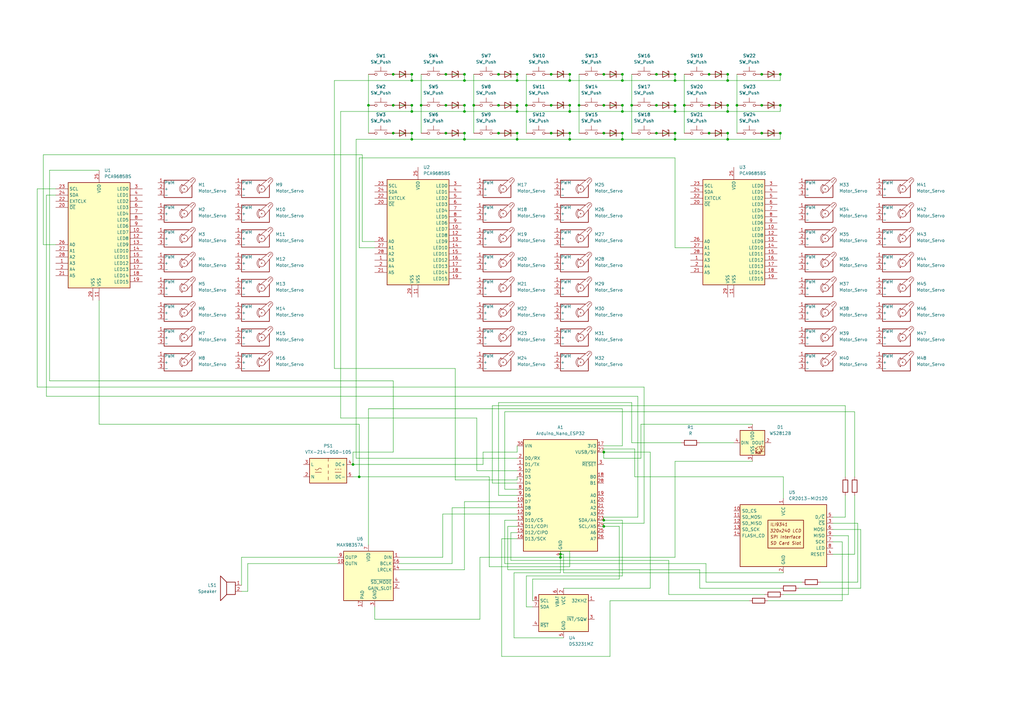
<source format=kicad_sch>
(kicad_sch (version 20250114) (generator "eeschema") (generator_version "9.0")
  (paper "A3")
  (lib_symbols
    (symbol "Audio:MAX98357A"
      (property "Reference" "U" (at -8.89 11.43 0))
      (property "Value" "MAX98357A" (at 10.16 11.43 0))
      (symbol "MAX98357A_1_1"
        (pin input line (at -12.7 7.62 0) (length 2.54) (name "DIN") (number "1"))
        (pin input line (at -12.7 5.08 0) (length 2.54) (name "BCLK") (number "16"))
        (pin input line (at -12.7 2.54 0) (length 2.54) (name "LRCLK") (number "14"))
        (pin input line (at -12.7 -2.54 0) (length 2.54) (name "~{SD_MODE}") (number "4"))
        (pin passive line (at -12.7 -5.08 0) (length 2.54) (name "GAIN_SLOT") (number "2"))
        (pin passive line (at -2.54 -12.7 90) (length 2.54) (hide yes) (name "GND") (number "11"))
        (pin passive line (at -2.54 -12.7 90) (length 2.54) (hide yes) (name "GND") (number "15"))
        (pin power_in line (at -2.54 -12.7 90) (length 2.54) (name "GND") (number "3"))
        (pin power_in line (at 0 12.7 270) (length 2.54) (name "VDD") (number "7"))
        (pin passive line (at 0 12.7 270) (length 2.54) (hide yes) (name "VDD") (number "8"))
        (pin unspecified line (at 2.54 -12.7 90) (length 2.54) (name "PAD") (number "17"))
        (pin no_connect line (at 10.16 2.54 180) (length 2.54) (hide yes) (name "NC") (number "5"))
        (pin no_connect line (at 10.16 0 180) (length 2.54) (hide yes) (name "NC") (number "6"))
        (pin no_connect line (at 10.16 -5.08 180) (length 2.54) (hide yes) (name "NC") (number "12"))
        (pin no_connect line (at 10.16 -7.62 180) (length 2.54) (hide yes) (name "NC") (number "13"))
        (pin output line (at 12.7 7.62 180) (length 2.54) (name "OUTP") (number "9"))
        (pin output line (at 12.7 5.08 180) (length 2.54) (name "OUTN") (number "10"))
      )
    )
    (symbol "Converter_ACDC:VTX-214-015-105"
      (property "Reference" "PS" (at 0 8.89 0))
      (property "Value" "VTX-214-015-105" (at 0 6.35 0))
      (symbol "VTX-214-015-105_1_1"
        (pin power_in line (at -10.16 2.54 0) (length 2.54) (name "L") (number "3"))
        (pin power_in line (at -10.16 -2.54 0) (length 2.54) (name "N") (number "2"))
        (pin no_connect line (at 0 -5.08 90) (length 2.54) (hide yes) (name "FG") (number "1"))
        (pin power_out line (at 10.16 2.54 180) (length 2.54) (name "DC+") (number "4"))
        (pin power_out line (at 10.16 -2.54 180) (length 2.54) (name "DC-") (number "5"))
      )
    )
    (symbol "Device:R" (pin_numbers (hide yes)) (pin_names (offset 0))
      (property "Reference" "R" (at 2.032 0 90))
      (property "Value" "R" (at 0 0 90))
      (symbol "R_1_1"
        (pin passive line (at 0 3.81 270) (length 1.27) (name "~") (number "1"))
        (pin passive line (at 0 -3.81 90) (length 1.27) (name "~") (number "2"))
      )
    )
    (symbol "Device:Speaker" (pin_names (offset 0) (hide yes))
      (property "Reference" "LS" (at 1.27 5.715 0))
      (property "Value" "Speaker" (at 1.27 3.81 0))
      (symbol "Speaker_1_1"
        (pin input line (at -5.08 0 0) (length 2.54) (name "1") (number "1"))
        (pin input line (at -5.08 -2.54 0) (length 2.54) (name "2") (number "2"))
      )
    )
    (symbol "Diode:PESD5V0S1UL" (pin_numbers (hide yes)) (pin_names (hide yes))
      (property "Reference" "D" (at 0 2.54 0))
      (property "Value" "PESD5V0S1UL" (at 0 -2.54 0))
      (symbol "PESD5V0S1UL_1_1"
        (pin passive line (at -3.81 0 0) (length 2.54) (name "K") (number "1"))
        (pin passive line (at 3.81 0 180) (length 2.54) (name "A") (number "2"))
      )
    )
    (symbol "Driver_Display:CR2013-MI2120" (pin_names (offset 0.762))
      (property "Reference" "U" (at -17.526 13.97 0))
      (property "Value" "CR2013-MI2120" (at 1.905 13.97 0))
      (symbol "CR2013-MI2120_0_0"
        (text "ILI9341" (at -5.461 4.572 0) (effects (font (size 1.27 1.27) (italic yes)) (justify left)))
        (text "SPI Interface" (at -5.461 -0.508 0) (effects (font (size 1.27 1.27) (italic yes)) (justify left)))
        (text "SD Card Slot" (at -5.461 -3.048 0) (effects (font (size 1.27 1.27) (italic yes)) (justify left)))
        (text "320x240 LCD" (at 0.889 2.032 0) (effects (font (size 1.27 1.27) (italic yes))))
      )
      (symbol "CR2013-MI2120_1_1"
        (pin input line (at -20.32 10.16 0) (length 2.54) (name "SD_CS") (number "10"))
        (pin input line (at -20.32 7.62 0) (length 2.54) (name "SD_MOSI") (number "11"))
        (pin output line (at -20.32 5.08 0) (length 2.54) (name "SD_MISO") (number "12"))
        (pin input line (at -20.32 2.54 0) (length 2.54) (name "SD_SCK") (number "13"))
        (pin input line (at -20.32 0 0) (length 2.54) (name "FLASH_CD") (number "14"))
        (pin power_in line (at 0 15.24 270) (length 2.54) (name "VCC") (number "1"))
        (pin power_in line (at 0 -15.24 90) (length 2.54) (name "GND") (number "2"))
        (pin input line (at 20.32 7.62 180) (length 2.54) (name "D/~{C}") (number "5"))
        (pin input line (at 20.32 5.08 180) (length 2.54) (name "~{CS}") (number "3"))
        (pin input line (at 20.32 2.54 180) (length 2.54) (name "MOSI") (number "6"))
        (pin output line (at 20.32 0 180) (length 2.54) (name "MISO") (number "9"))
        (pin input line (at 20.32 -2.54 180) (length 2.54) (name "SCK") (number "7"))
        (pin input line (at 20.32 -5.08 180) (length 2.54) (name "LED") (number "8"))
        (pin input line (at 20.32 -7.62 180) (length 2.54) (name "RESET") (number "4"))
      )
    )
    (symbol "Driver_LED:PCA9685BS"
      (property "Reference" "U" (at -12.7 22.225 0))
      (property "Value" "PCA9685BS" (at 1.27 22.225 0))
      (symbol "PCA9685BS_1_1"
        (pin input line (at -17.78 17.78 0) (length 5.08) (name "SCL") (number "23"))
        (pin bidirectional line (at -17.78 15.24 0) (length 5.08) (name "SDA") (number "24"))
        (pin input line (at -17.78 12.7 0) (length 5.08) (name "EXTCLK") (number "22"))
        (pin input line (at -17.78 10.16 0) (length 5.08) (name "~{OE}") (number "20"))
        (pin input line (at -17.78 -5.08 0) (length 5.08) (name "A0") (number "26"))
        (pin input line (at -17.78 -7.62 0) (length 5.08) (name "A1") (number "27"))
        (pin input line (at -17.78 -10.16 0) (length 5.08) (name "A2") (number "28"))
        (pin input line (at -17.78 -12.7 0) (length 5.08) (name "A3") (number "1"))
        (pin input line (at -17.78 -15.24 0) (length 5.08) (name "A4") (number "2"))
        (pin input line (at -17.78 -17.78 0) (length 5.08) (name "A5") (number "21"))
        (pin power_in line (at -2.54 -27.94 90) (length 5.08) (name "VSS") (number "29"))
        (pin power_in line (at 0 25.4 270) (length 5.08) (name "VDD") (number "25"))
        (pin power_in line (at 0 -27.94 90) (length 5.08) (name "VSS") (number "11"))
        (pin output line (at 17.78 17.78 180) (length 5.08) (name "LED0") (number "3"))
        (pin output line (at 17.78 15.24 180) (length 5.08) (name "LED1") (number "4"))
        (pin output line (at 17.78 12.7 180) (length 5.08) (name "LED2") (number "5"))
        (pin output line (at 17.78 10.16 180) (length 5.08) (name "LED3") (number "6"))
        (pin output line (at 17.78 7.62 180) (length 5.08) (name "LED4") (number "7"))
        (pin output line (at 17.78 5.08 180) (length 5.08) (name "LED5") (number "8"))
        (pin output line (at 17.78 2.54 180) (length 5.08) (name "LED6") (number "9"))
        (pin output line (at 17.78 0 180) (length 5.08) (name "LED7") (number "10"))
        (pin output line (at 17.78 -2.54 180) (length 5.08) (name "LED8") (number "12"))
        (pin output line (at 17.78 -5.08 180) (length 5.08) (name "LED9") (number "13"))
        (pin output line (at 17.78 -7.62 180) (length 5.08) (name "LED10") (number "14"))
        (pin output line (at 17.78 -10.16 180) (length 5.08) (name "LED11") (number "15"))
        (pin output line (at 17.78 -12.7 180) (length 5.08) (name "LED12") (number "16"))
        (pin output line (at 17.78 -15.24 180) (length 5.08) (name "LED13") (number "17"))
        (pin output line (at 17.78 -17.78 180) (length 5.08) (name "LED14") (number "18"))
        (pin output line (at 17.78 -20.32 180) (length 5.08) (name "LED15") (number "19"))
      )
    )
    (symbol "LED:WS2812B" (pin_names (offset 0.254))
      (property "Reference" "D" (at 5.08 5.715 0))
      (property "Value" "WS2812B" (at 1.27 -5.715 0))
      (symbol "WS2812B_0_0"
        (text "RGB" (at 2.286 -4.191 0) (effects (font (size 0.762 0.762))))
      )
      (symbol "WS2812B_1_1"
        (pin input line (at -7.62 0 0) (length 2.54) (name "DIN") (number "4"))
        (pin power_in line (at 0 7.62 270) (length 2.54) (name "VDD") (number "1"))
        (pin power_in line (at 0 -7.62 90) (length 2.54) (name "VSS") (number "3"))
        (pin output line (at 7.62 0 180) (length 2.54) (name "DOUT") (number "2"))
      )
    )
    (symbol "MCU_Module:Arduino_Nano_ESP32"
      (property "Reference" "A" (at -14.986 23.622 0))
      (property "Value" "Arduino_Nano_ESP32" (at 3.81 -25.654 0))
      (symbol "Arduino_Nano_ESP32_1_1"
        (pin power_in line (at -17.78 20.32 0) (length 2.54) (name "VIN") (number "30"))
        (pin bidirectional line (at -17.78 15.24 0) (length 2.54) (name "D0/RX") (number "2"))
        (pin bidirectional line (at -17.78 12.7 0) (length 2.54) (name "D1/TX") (number "1"))
        (pin bidirectional line (at -17.78 10.16 0) (length 2.54) (name "D2") (number "5"))
        (pin bidirectional line (at -17.78 7.62 0) (length 2.54) (name "D3") (number "6"))
        (pin bidirectional line (at -17.78 5.08 0) (length 2.54) (name "D4") (number "7"))
        (pin bidirectional line (at -17.78 2.54 0) (length 2.54) (name "D5") (number "8"))
        (pin bidirectional line (at -17.78 0 0) (length 2.54) (name "D6") (number "9"))
        (pin bidirectional line (at -17.78 -2.54 0) (length 2.54) (name "D7") (number "10"))
        (pin bidirectional line (at -17.78 -5.08 0) (length 2.54) (name "D8") (number "11"))
        (pin bidirectional line (at -17.78 -7.62 0) (length 2.54) (name "D9") (number "12"))
        (pin bidirectional line (at -17.78 -10.16 0) (length 2.54) (name "D10/CS") (number "13"))
        (pin bidirectional line (at -17.78 -12.7 0) (length 2.54) (name "D11/COPI") (number "14"))
        (pin bidirectional line (at -17.78 -15.24 0) (length 2.54) (name "D12/CIPO") (number "15"))
        (pin bidirectional line (at -17.78 -17.78 0) (length 2.54) (name "D13/SCK") (number "16"))
        (pin passive line (at 0 -25.4 90) (length 2.54) (hide yes) (name "GND") (number "29"))
        (pin power_in line (at 0 -25.4 90) (length 2.54) (name "GND") (number "4"))
        (pin power_out line (at 17.78 20.32 180) (length 2.54) (name "3V3") (number "17"))
        (pin power_out line (at 17.78 17.78 180) (length 2.54) (name "VUSB/5V") (number "27"))
        (pin input line (at 17.78 12.7 180) (length 2.54) (name "~{RESET}") (number "3"))
        (pin bidirectional line (at 17.78 7.62 180) (length 2.54) (name "B0") (number "18"))
        (pin bidirectional line (at 17.78 5.08 180) (length 2.54) (name "B1") (number "28"))
        (pin bidirectional line (at 17.78 0 180) (length 2.54) (name "A0") (number "19"))
        (pin bidirectional line (at 17.78 -2.54 180) (length 2.54) (name "A1") (number "20"))
        (pin bidirectional line (at 17.78 -5.08 180) (length 2.54) (name "A2") (number "21"))
        (pin bidirectional line (at 17.78 -7.62 180) (length 2.54) (name "A3") (number "22"))
        (pin bidirectional line (at 17.78 -10.16 180) (length 2.54) (name "SDA/A4") (number "23"))
        (pin bidirectional line (at 17.78 -12.7 180) (length 2.54) (name "SCL/A5") (number "24"))
        (pin bidirectional line (at 17.78 -15.24 180) (length 2.54) (name "A6") (number "25"))
        (pin bidirectional line (at 17.78 -17.78 180) (length 2.54) (name "A7") (number "26"))
      )
    )
    (symbol "Motor:Motor_Servo" (pin_names (offset 0.0254))
      (property "Reference" "M" (at -5.08 4.445 0))
      (property "Value" "Motor_Servo" (at -5.08 -4.064 0))
      (symbol "Motor_Servo_1_1"
        (pin passive line (at -7.62 2.54 0) (length 2.54) (name "PWM") (number "1"))
        (pin passive line (at -7.62 0 0) (length 2.54) (name "+") (number "2"))
        (pin passive line (at -7.62 -2.54 0) (length 2.54) (name "-") (number "3"))
      )
    )
    (symbol "Switch:SW_Push" (pin_numbers (hide yes)) (pin_names (offset 1.016) (hide yes))
      (property "Reference" "SW" (at 1.27 2.54 0))
      (property "Value" "SW_Push" (at 0 -1.524 0))
      (symbol "SW_Push_0_1"
        (pin passive line (at -5.08 0 0) (length 2.54) (name "1") (number "1"))
        (pin passive line (at 5.08 0 180) (length 2.54) (name "2") (number "2"))
      )
    )
    (symbol "Timer_RTC:DS3231MZ"
      (property "Reference" "U" (at -7.62 8.89 0))
      (property "Value" "DS3231MZ" (at 11.43 8.89 0))
      (symbol "DS3231MZ_1_1"
        (pin input line (at -12.7 5.08 0) (length 2.54) (name "SCL") (number "8"))
        (pin bidirectional line (at -12.7 2.54 0) (length 2.54) (name "SDA") (number "7"))
        (pin bidirectional line (at -12.7 -5.08 0) (length 2.54) (name "~{RST}") (number "4"))
        (pin power_in line (at -2.54 10.16 270) (length 2.54) (name "VBAT") (number "6"))
        (pin power_in line (at 0 10.16 270) (length 2.54) (name "VCC") (number "2"))
        (pin power_in line (at 0 -10.16 90) (length 2.54) (name "GND") (number "5"))
        (pin open_collector line (at 12.7 5.08 180) (length 2.54) (name "32KHZ") (number "1"))
        (pin open_collector line (at 12.7 -2.54 180) (length 2.54) (name "~{INT}/SQW") (number "3"))
      )
    )
  )
  (junction (at 151.13 43.18))
  (junction (at 233.68 33.02))
  (junction (at 190.5 43.18))
  (junction (at 168.91 33.02))
  (junction (at 190.5 54.61))
  (junction (at 212.09 45.72))
  (junction (at 269.24 43.18))
  (junction (at 269.24 54.61))
  (junction (at 298.45 43.18))
  (junction (at 280.67 43.18))
  (junction (at 168.91 57.15))
  (junction (at 290.83 30.48))
  (junction (at 312.42 54.61))
  (junction (at 226.06 43.18))
  (junction (at 182.88 43.18))
  (junction (at 290.83 43.18))
  (junction (at 182.88 30.48))
  (junction (at 204.47 30.48))
  (junction (at 259.08 43.18))
  (junction (at 247.65 30.48))
  (junction (at 212.09 57.15))
  (junction (at 320.04 54.61))
  (junction (at 255.27 33.02))
  (junction (at 247.65 213.36))
  (junction (at 233.68 45.72))
  (junction (at 255.27 45.72))
  (junction (at 290.83 54.61))
  (junction (at 269.24 30.48))
  (junction (at 298.45 33.02))
  (junction (at 194.31 43.18))
  (junction (at 276.86 57.15))
  (junction (at 182.88 54.61))
  (junction (at 168.91 45.72))
  (junction (at 161.29 54.61))
  (junction (at 255.27 30.48))
  (junction (at 255.27 54.61))
  (junction (at 212.09 30.48))
  (junction (at 255.27 43.18))
  (junction (at 190.5 45.72))
  (junction (at 215.9 43.18))
  (junction (at 247.65 215.9))
  (junction (at 233.68 30.48))
  (junction (at 255.27 57.15))
  (junction (at 229.87 228.6))
  (junction (at 168.91 30.48))
  (junction (at 298.45 45.72))
  (junction (at 212.09 43.18))
  (junction (at 161.29 30.48))
  (junction (at 298.45 54.61))
  (junction (at 276.86 54.61))
  (junction (at 247.65 185.42))
  (junction (at 144.78 190.5))
  (junction (at 172.72 43.18))
  (junction (at 226.06 30.48))
  (junction (at 168.91 54.61))
  (junction (at 276.86 43.18))
  (junction (at 190.5 57.15))
  (junction (at 298.45 30.48))
  (junction (at 147.32 195.58))
  (junction (at 276.86 30.48))
  (junction (at 320.04 30.48))
  (junction (at 247.65 43.18))
  (junction (at 247.65 54.61))
  (junction (at 204.47 43.18))
  (junction (at 233.68 54.61))
  (junction (at 276.86 45.72))
  (junction (at 212.09 33.02))
  (junction (at 226.06 54.61))
  (junction (at 190.5 33.02))
  (junction (at 161.29 43.18))
  (junction (at 312.42 30.48))
  (junction (at 233.68 57.15))
  (junction (at 312.42 43.18))
  (junction (at 237.49 43.18))
  (junction (at 212.09 54.61))
  (junction (at 302.26 43.18))
  (junction (at 229.87 227.33))
  (junction (at 190.5 30.48))
  (junction (at 320.04 43.18))
  (junction (at 168.91 43.18))
  (junction (at 298.45 57.15))
  (junction (at 276.86 33.02))
  (junction (at 204.47 54.61))
  (junction (at 233.68 43.18))
  (wire (pts (xy 231.14 261.62) (xy 210.82 261.62)))
  (wire (pts (xy 341.63 227.33) (xy 350.52 227.33)))
  (wire (pts (xy 276.86 45.72) (xy 298.45 45.72)))
  (wire (pts (xy 321.31 204.47) (xy 321.31 195.58)))
  (wire (pts (xy 205.74 269.24) (xy 205.74 220.98)))
  (wire (pts (xy 341.63 212.09) (xy 346.71 212.09)))
  (wire (pts (xy 259.08 181.61) (xy 279.4 181.61)))
  (wire (pts (xy 233.68 33.02) (xy 255.27 33.02)))
  (wire (pts (xy 276.86 43.18) (xy 269.24 43.18)))
  (wire (pts (xy 212.09 54.61) (xy 204.47 54.61)))
  (wire (pts (xy 247.65 187.96) (xy 247.65 185.42)))
  (wire (pts (xy 168.91 57.15) (xy 190.5 57.15)))
  (wire (pts (xy 139.7 45.72) (xy 168.91 45.72)))
  (wire (pts (xy 266.7 185.42) (xy 247.65 185.42)))
  (wire (pts (xy 185.42 231.14) (xy 185.42 208.28)))
  (wire (pts (xy 276.86 64.77) (xy 276.86 101.6)))
  (wire (pts (xy 233.68 232.41) (xy 233.68 226.06)))
  (wire (pts (xy 146.05 57.15) (xy 168.91 57.15)))
  (wire (pts (xy 190.5 43.18) (xy 182.88 43.18)))
  (wire (pts (xy 255.27 236.22) (xy 255.27 213.36)))
  (wire (pts (xy 144.78 185.42) (xy 144.78 190.5)))
  (wire (pts (xy 298.45 43.18) (xy 298.45 45.72)))
  (wire (pts (xy 40.64 173.99) (xy 147.32 173.99)))
  (wire (pts (xy 163.83 228.6) (xy 181.61 228.6)))
  (wire (pts (xy 247.65 215.9) (xy 247.65 214.63)))
  (wire (pts (xy 15.24 77.47) (xy 22.86 77.47)))
  (wire (pts (xy 298.45 30.48) (xy 290.83 30.48)))
  (wire (pts (xy 298.45 45.72) (xy 320.04 45.72)))
  (wire (pts (xy 190.5 57.15) (xy 212.09 57.15)))
  (wire (pts (xy 195.58 171.45) (xy 195.58 193.04)))
  (wire (pts (xy 163.83 233.68) (xy 190.5 233.68)))
  (wire (pts (xy 190.5 45.72) (xy 212.09 45.72)))
  (wire (pts (xy 198.12 190.5) (xy 198.12 185.42)))
  (wire (pts (xy 229.87 227.33) (xy 229.87 228.6)))
  (wire (pts (xy 298.45 54.61) (xy 290.83 54.61)))
  (wire (pts (xy 151.13 30.48) (xy 151.13 43.18)))
  (wire (pts (xy 255.27 54.61) (xy 255.27 57.15)))
  (wire (pts (xy 161.29 156.21) (xy 161.29 185.42)))
  (wire (pts (xy 274.32 243.84) (xy 313.69 243.84)))
  (wire (pts (xy 40.64 123.19) (xy 40.64 173.99)))
  (wire (pts (xy 20.32 156.21) (xy 20.32 69.85)))
  (wire (pts (xy 237.49 43.18) (xy 237.49 54.61)))
  (wire (pts (xy 207.01 213.36) (xy 207.01 231.14)))
  (wire (pts (xy 289.56 238.76) (xy 328.93 238.76)))
  (wire (pts (xy 190.5 54.61) (xy 182.88 54.61)))
  (wire (pts (xy 266.7 241.3) (xy 266.7 185.42)))
  (wire (pts (xy 274.32 229.87) (xy 209.55 229.87)))
  (wire (pts (xy 229.87 226.06) (xy 229.87 227.33)))
  (wire (pts (xy 250.19 269.24) (xy 205.74 269.24)))
  (wire (pts (xy 351.79 214.63) (xy 341.63 214.63)))
  (wire (pts (xy 233.68 30.48) (xy 226.06 30.48)))
  (wire (pts (xy 276.86 43.18) (xy 276.86 45.72)))
  (wire (pts (xy 204.47 165.1) (xy 204.47 203.2)))
  (wire (pts (xy 233.68 57.15) (xy 255.27 57.15)))
  (wire (pts (xy 146.05 57.15) (xy 146.05 187.96)))
  (wire (pts (xy 139.7 171.45) (xy 195.58 171.45)))
  (wire (pts (xy 255.27 30.48) (xy 247.65 30.48)))
  (wire (pts (xy 207.01 200.66) (xy 212.09 200.66)))
  (wire (pts (xy 212.09 45.72) (xy 233.68 45.72)))
  (wire (pts (xy 201.93 198.12) (xy 212.09 198.12)))
  (wire (pts (xy 259.08 43.18) (xy 259.08 54.61)))
  (wire (pts (xy 212.09 54.61) (xy 212.09 57.15)))
  (wire (pts (xy 22.86 100.33) (xy 17.78 100.33)))
  (wire (pts (xy 350.52 168.91) (xy 207.01 168.91)))
  (wire (pts (xy 255.27 30.48) (xy 255.27 33.02)))
  (wire (pts (xy 261.62 212.09) (xy 261.62 162.56)))
  (wire (pts (xy 287.02 241.3) (xy 320.04 241.3)))
  (wire (pts (xy 276.86 30.48) (xy 269.24 30.48)))
  (wire (pts (xy 215.9 30.48) (xy 215.9 43.18)))
  (wire (pts (xy 276.86 101.6) (xy 283.21 101.6)))
  (wire (pts (xy 151.13 167.64) (xy 151.13 223.52)))
  (wire (pts (xy 218.44 246.38) (xy 218.44 237.49)))
  (wire (pts (xy 168.91 33.02) (xy 168.91 30.48)))
  (wire (pts (xy 346.71 166.37) (xy 346.71 195.58)))
  (wire (pts (xy 168.91 43.18) (xy 161.29 43.18)))
  (wire (pts (xy 336.55 238.76) (xy 351.79 238.76)))
  (wire (pts (xy 161.29 185.42) (xy 144.78 185.42)))
  (wire (pts (xy 255.27 213.36) (xy 247.65 213.36)))
  (wire (pts (xy 298.45 43.18) (xy 290.83 43.18)))
  (wire (pts (xy 218.44 248.92) (xy 215.9 248.92)))
  (wire (pts (xy 208.28 215.9) (xy 208.28 233.68)))
  (wire (pts (xy 101.6 242.57) (xy 99.06 242.57)))
  (wire (pts (xy 276.86 33.02) (xy 298.45 33.02)))
  (wire (pts (xy 321.31 234.95) (xy 231.14 234.95)))
  (wire (pts (xy 137.16 33.02) (xy 137.16 151.13)))
  (wire (pts (xy 168.91 45.72) (xy 168.91 43.18)))
  (wire (pts (xy 260.35 184.15) (xy 247.65 184.15)))
  (wire (pts (xy 276.86 54.61) (xy 269.24 54.61)))
  (wire (pts (xy 255.27 45.72) (xy 276.86 45.72)))
  (wire (pts (xy 231.14 241.3) (xy 266.7 241.3)))
  (wire (pts (xy 212.09 185.42) (xy 212.09 182.88)))
  (wire (pts (xy 212.09 196.85) (xy 212.09 195.58)))
  (wire (pts (xy 298.45 57.15) (xy 320.04 57.15)))
  (wire (pts (xy 320.04 54.61) (xy 312.42 54.61)))
  (wire (pts (xy 280.67 43.18) (xy 280.67 54.61)))
  (wire (pts (xy 233.68 30.48) (xy 233.68 33.02)))
  (wire (pts (xy 190.5 54.61) (xy 190.5 57.15)))
  (wire (pts (xy 276.86 57.15) (xy 298.45 57.15)))
  (wire (pts (xy 298.45 30.48) (xy 298.45 33.02)))
  (wire (pts (xy 148.59 99.06) (xy 153.67 99.06)))
  (wire (pts (xy 255.27 43.18) (xy 247.65 43.18)))
  (wire (pts (xy 99.06 228.6) (xy 99.06 240.03)))
  (wire (pts (xy 276.86 30.48) (xy 276.86 33.02)))
  (wire (pts (xy 210.82 234.95) (xy 229.87 234.95)))
  (wire (pts (xy 208.28 233.68) (xy 287.02 233.68)))
  (wire (pts (xy 190.5 33.02) (xy 212.09 33.02)))
  (wire (pts (xy 101.6 231.14) (xy 101.6 242.57)))
  (wire (pts (xy 262.89 187.96) (xy 247.65 187.96)))
  (wire (pts (xy 320.04 43.18) (xy 312.42 43.18)))
  (wire (pts (xy 321.31 243.84) (xy 347.98 243.84)))
  (wire (pts (xy 168.91 30.48) (xy 161.29 30.48)))
  (wire (pts (xy 137.16 151.13) (xy 186.69 151.13)))
  (wire (pts (xy 308.61 189.23) (xy 276.86 189.23)))
  (wire (pts (xy 20.32 69.85) (xy 40.64 69.85)))
  (wire (pts (xy 218.44 237.49) (xy 254 237.49)))
  (wire (pts (xy 153.67 254) (xy 196.85 254)))
  (wire (pts (xy 19.05 162.56) (xy 19.05 80.01)))
  (wire (pts (xy 320.04 54.61) (xy 320.04 57.15)))
  (wire (pts (xy 320.04 30.48) (xy 312.42 30.48)))
  (wire (pts (xy 17.78 100.33) (xy 17.78 63.5)))
  (wire (pts (xy 139.7 45.72) (xy 139.7 171.45)))
  (wire (pts (xy 137.16 33.02) (xy 168.91 33.02)))
  (wire (pts (xy 341.63 222.25) (xy 345.44 222.25)))
  (wire (pts (xy 320.04 30.48) (xy 320.04 33.02)))
  (wire (pts (xy 351.79 238.76) (xy 351.79 214.63)))
  (wire (pts (xy 254 215.9) (xy 247.65 215.9)))
  (wire (pts (xy 255.27 182.88) (xy 255.27 167.64)))
  (wire (pts (xy 320.04 43.18) (xy 320.04 45.72)))
  (wire (pts (xy 289.56 231.14) (xy 289.56 238.76)))
  (wire (pts (xy 274.32 243.84) (xy 274.32 229.87)))
  (wire (pts (xy 172.72 43.18) (xy 172.72 54.61)))
  (wire (pts (xy 210.82 261.62) (xy 210.82 234.95)))
  (wire (pts (xy 233.68 45.72) (xy 255.27 45.72)))
  (wire (pts (xy 350.52 168.91) (xy 350.52 195.58)))
  (wire (pts (xy 347.98 219.71) (xy 347.98 243.84)))
  (wire (pts (xy 195.58 193.04) (xy 212.09 193.04)))
  (wire (pts (xy 255.27 57.15) (xy 276.86 57.15)))
  (wire (pts (xy 215.9 236.22) (xy 255.27 236.22)))
  (wire (pts (xy 215.9 248.92) (xy 215.9 236.22)))
  (wire (pts (xy 147.32 64.77) (xy 276.86 64.77)))
  (wire (pts (xy 144.78 190.5) (xy 198.12 190.5)))
  (wire (pts (xy 233.68 226.06) (xy 229.87 226.06)))
  (wire (pts (xy 212.09 213.36) (xy 207.01 213.36)))
  (wire (pts (xy 163.83 231.14) (xy 185.42 231.14)))
  (wire (pts (xy 233.68 54.61) (xy 233.68 57.15)))
  (wire (pts (xy 287.02 181.61) (xy 300.99 181.61)))
  (wire (pts (xy 200.66 232.41) (xy 233.68 232.41)))
  (wire (pts (xy 259.08 165.1) (xy 204.47 165.1)))
  (wire (pts (xy 190.5 43.18) (xy 190.5 45.72)))
  (wire (pts (xy 264.16 214.63) (xy 264.16 158.75)))
  (wire (pts (xy 250.19 246.38) (xy 307.34 246.38)))
  (wire (pts (xy 346.71 203.2) (xy 346.71 212.09)))
  (wire (pts (xy 146.05 187.96) (xy 212.09 187.96)))
  (wire (pts (xy 255.27 54.61) (xy 247.65 54.61)))
  (wire (pts (xy 233.68 43.18) (xy 226.06 43.18)))
  (wire (pts (xy 314.96 246.38) (xy 345.44 246.38)))
  (wire (pts (xy 194.31 43.18) (xy 194.31 54.61)))
  (wire (pts (xy 255.27 167.64) (xy 151.13 167.64)))
  (wire (pts (xy 250.19 246.38) (xy 250.19 269.24)))
  (wire (pts (xy 298.45 33.02) (xy 320.04 33.02)))
  (wire (pts (xy 247.65 182.88) (xy 255.27 182.88)))
  (wire (pts (xy 255.27 33.02) (xy 276.86 33.02)))
  (wire (pts (xy 204.47 203.2) (xy 212.09 203.2)))
  (wire (pts (xy 207.01 168.91) (xy 207.01 200.66)))
  (wire (pts (xy 186.69 196.85) (xy 212.09 196.85)))
  (wire (pts (xy 147.32 64.77) (xy 147.32 101.6)))
  (wire (pts (xy 212.09 57.15) (xy 233.68 57.15)))
  (wire (pts (xy 153.67 248.92) (xy 153.67 254)))
  (wire (pts (xy 138.43 228.6) (xy 99.06 228.6)))
  (wire (pts (xy 168.91 54.61) (xy 161.29 54.61)))
  (wire (pts (xy 298.45 54.61) (xy 298.45 57.15)))
  (wire (pts (xy 212.09 30.48) (xy 204.47 30.48)))
  (wire (pts (xy 247.65 184.15) (xy 247.65 185.42)))
  (wire (pts (xy 205.74 220.98) (xy 212.09 220.98)))
  (wire (pts (xy 161.29 156.21) (xy 20.32 156.21)))
  (wire (pts (xy 190.5 30.48) (xy 190.5 33.02)))
  (wire (pts (xy 276.86 54.61) (xy 276.86 57.15)))
  (wire (pts (xy 147.32 173.99) (xy 147.32 195.58)))
  (wire (pts (xy 181.61 228.6) (xy 181.61 210.82)))
  (wire (pts (xy 255.27 43.18) (xy 255.27 45.72)))
  (wire (pts (xy 276.86 189.23) (xy 276.86 228.6)))
  (wire (pts (xy 259.08 30.48) (xy 259.08 43.18)))
  (wire (pts (xy 327.66 241.3) (xy 353.06 241.3)))
  (wire (pts (xy 229.87 234.95) (xy 229.87 228.6)))
  (wire (pts (xy 15.24 158.75) (xy 15.24 77.47)))
  (wire (pts (xy 264.16 158.75) (xy 15.24 158.75)))
  (wire (pts (xy 353.06 217.17) (xy 341.63 217.17)))
  (wire (pts (xy 229.87 228.6) (xy 276.86 228.6)))
  (wire (pts (xy 185.42 208.28) (xy 212.09 208.28)))
  (wire (pts (xy 302.26 30.48) (xy 302.26 43.18)))
  (wire (pts (xy 302.26 43.18) (xy 302.26 54.61)))
  (wire (pts (xy 237.49 30.48) (xy 237.49 43.18)))
  (wire (pts (xy 194.31 30.48) (xy 194.31 43.18)))
  (wire (pts (xy 233.68 43.18) (xy 233.68 45.72)))
  (wire (pts (xy 287.02 233.68) (xy 287.02 241.3)))
  (wire (pts (xy 138.43 231.14) (xy 101.6 231.14)))
  (wire (pts (xy 321.31 195.58) (xy 260.35 195.58)))
  (wire (pts (xy 172.72 30.48) (xy 172.72 43.18)))
  (wire (pts (xy 196.85 254) (xy 196.85 228.6)))
  (wire (pts (xy 168.91 45.72) (xy 190.5 45.72)))
  (wire (pts (xy 168.91 57.15) (xy 168.91 54.61)))
  (wire (pts (xy 353.06 241.3) (xy 353.06 217.17)))
  (wire (pts (xy 181.61 210.82) (xy 212.09 210.82)))
  (wire (pts (xy 168.91 33.02) (xy 190.5 33.02)))
  (wire (pts (xy 190.5 233.68) (xy 190.5 205.74)))
  (wire (pts (xy 148.59 63.5) (xy 148.59 99.06)))
  (wire (pts (xy 308.61 173.99) (xy 262.89 173.99)))
  (wire (pts (xy 201.93 166.37) (xy 201.93 198.12)))
  (wire (pts (xy 151.13 43.18) (xy 151.13 54.61)))
  (wire (pts (xy 254 237.49) (xy 254 215.9)))
  (wire (pts (xy 200.66 195.58) (xy 200.66 232.41)))
  (wire (pts (xy 212.09 30.48) (xy 212.09 33.02)))
  (wire (pts (xy 247.65 214.63) (xy 264.16 214.63)))
  (wire (pts (xy 147.32 195.58) (xy 200.66 195.58)))
  (wire (pts (xy 231.14 234.95) (xy 231.14 227.33)))
  (wire (pts (xy 17.78 63.5) (xy 148.59 63.5)))
  (wire (pts (xy 212.09 43.18) (xy 212.09 45.72)))
  (wire (pts (xy 341.63 219.71) (xy 347.98 219.71)))
  (wire (pts (xy 153.67 101.6) (xy 147.32 101.6)))
  (wire (pts (xy 190.5 205.74) (xy 212.09 205.74)))
  (wire (pts (xy 212.09 43.18) (xy 204.47 43.18)))
  (wire (pts (xy 346.71 166.37) (xy 201.93 166.37)))
  (wire (pts (xy 190.5 30.48) (xy 182.88 30.48)))
  (wire (pts (xy 247.65 212.09) (xy 261.62 212.09)))
  (wire (pts (xy 209.55 218.44) (xy 212.09 218.44)))
  (wire (pts (xy 207.01 231.14) (xy 289.56 231.14)))
  (wire (pts (xy 262.89 173.99) (xy 262.89 187.96)))
  (wire (pts (xy 198.12 185.42) (xy 212.09 185.42)))
  (wire (pts (xy 231.14 227.33) (xy 229.87 227.33)))
  (wire (pts (xy 345.44 222.25) (xy 345.44 246.38)))
  (wire (pts (xy 280.67 30.48) (xy 280.67 43.18)))
  (wire (pts (xy 196.85 228.6) (xy 229.87 228.6)))
  (wire (pts (xy 144.78 195.58) (xy 147.32 195.58)))
  (wire (pts (xy 247.65 213.36) (xy 247.65 212.09)))
  (wire (pts (xy 19.05 80.01) (xy 22.86 80.01)))
  (wire (pts (xy 233.68 54.61) (xy 226.06 54.61)))
  (wire (pts (xy 212.09 215.9) (xy 208.28 215.9)))
  (wire (pts (xy 350.52 203.2) (xy 350.52 227.33)))
  (wire (pts (xy 209.55 229.87) (xy 209.55 218.44)))
  (wire (pts (xy 261.62 162.56) (xy 19.05 162.56)))
  (wire (pts (xy 186.69 151.13) (xy 186.69 196.85)))
  (wire (pts (xy 215.9 43.18) (xy 215.9 54.61)))
  (wire (pts (xy 260.35 195.58) (xy 260.35 184.15)))
  (wire (pts (xy 212.09 33.02) (xy 233.68 33.02)))
  (wire (pts (xy 259.08 181.61) (xy 259.08 165.1)))
  (symbol (lib_id "Diode:PESD5V0S1UL") (at 251.46 43.18 0) (mirror y) (unit 1)
    (property "Reference" "D15" (effects (hide yes)))
    (property "Value" "PESD5V0S1UL" (effects (hide yes)))
    (property "Footprint" "Diode_SMD:D_SOD-882" (effects (hide yes)))
    (property "Datasheet" "https://assets.nexperia.com/documents/data-sheet/PESD5V0S1UL.pdf" (effects (hide yes)))
    (property "Description" "Unidirectional ESD protection diode, 5V, SOD-882" (effects (hide yes)))
  )
  (symbol (lib_id "Diode:PESD5V0S1UL") (at 316.23 54.61 0) (mirror y) (unit 1)
    (property "Reference" "D25" (effects (hide yes)))
    (property "Value" "PESD5V0S1UL" (effects (hide yes)))
    (property "Footprint" "Diode_SMD:D_SOD-882" (effects (hide yes)))
    (property "Datasheet" "https://assets.nexperia.com/documents/data-sheet/PESD5V0S1UL.pdf" (effects (hide yes)))
    (property "Description" "Unidirectional ESD protection diode, 5V, SOD-882" (effects (hide yes)))
  )
  (symbol (lib_id "Motor:Motor_Servo") (at 203.2 148.59 0) (unit 1)
    (property "Reference" "M24" (at 212.09 146.8868 0) (effects (justify left)))
    (property "Value" "Motor_Servo" (at 212.09 149.4268 0) (effects (justify left)))
    (property "Datasheet" "http://forums.parallax.com/uploads/attachments/46831/74481.png" (effects (hide yes)))
    (property "Description" "Servo Motor (Futaba, HiTec, JR connector)" (effects (hide yes)))
  )
  (symbol (lib_id "Diode:PESD5V0S1UL") (at 273.05 54.61 0) (mirror y) (unit 1)
    (property "Reference" "D19" (effects (hide yes)))
    (property "Value" "PESD5V0S1UL" (effects (hide yes)))
    (property "Footprint" "Diode_SMD:D_SOD-882" (effects (hide yes)))
    (property "Datasheet" "https://assets.nexperia.com/documents/data-sheet/PESD5V0S1UL.pdf" (effects (hide yes)))
    (property "Description" "Unidirectional ESD protection diode, 5V, SOD-882" (effects (hide yes)))
  )
  (symbol (lib_id "Switch:SW_Push") (at 307.34 30.48 0) (unit 1)
    (property "Reference" "SW22" (at 307.34 22.86 0))
    (property "Value" "SW_Push" (at 307.34 25.4 0))
    (property "Description" "Push button switch, generic, two pins" (effects (hide yes)))
  )
  (symbol (lib_id "Diode:PESD5V0S1UL") (at 251.46 54.61 0) (mirror y) (unit 1)
    (property "Reference" "D16" (effects (hide yes)))
    (property "Value" "PESD5V0S1UL" (effects (hide yes)))
    (property "Footprint" "Diode_SMD:D_SOD-882" (effects (hide yes)))
    (property "Datasheet" "https://assets.nexperia.com/documents/data-sheet/PESD5V0S1UL.pdf" (effects (hide yes)))
    (property "Description" "Unidirectional ESD protection diode, 5V, SOD-882" (effects (hide yes)))
  )
  (symbol (lib_id "Diode:PESD5V0S1UL") (at 251.46 30.48 0) (mirror y) (unit 1)
    (property "Reference" "D14" (effects (hide yes)))
    (property "Value" "PESD5V0S1UL" (effects (hide yes)))
    (property "Footprint" "Diode_SMD:D_SOD-882" (effects (hide yes)))
    (property "Datasheet" "https://assets.nexperia.com/documents/data-sheet/PESD5V0S1UL.pdf" (effects (hide yes)))
    (property "Description" "Unidirectional ESD protection diode, 5V, SOD-882" (effects (hide yes)))
  )
  (symbol (lib_id "Switch:SW_Push") (at 199.39 30.48 0) (unit 1)
    (property "Reference" "SW7" (at 199.39 22.86 0))
    (property "Value" "SW_Push" (at 199.39 25.4 0))
    (property "Description" "Push button switch, generic, two pins" (effects (hide yes)))
  )
  (symbol (lib_id "Diode:PESD5V0S1UL") (at 186.69 43.18 0) (mirror y) (unit 1)
    (property "Reference" "D6" (effects (hide yes)))
    (property "Value" "PESD5V0S1UL" (effects (hide yes)))
    (property "Footprint" "Diode_SMD:D_SOD-882" (effects (hide yes)))
    (property "Datasheet" "https://assets.nexperia.com/documents/data-sheet/PESD5V0S1UL.pdf" (effects (hide yes)))
    (property "Description" "Unidirectional ESD protection diode, 5V, SOD-882" (effects (hide yes)))
  )
  (symbol (lib_id "Switch:SW_Push") (at 156.21 30.48 0) (unit 1)
    (property "Reference" "SW1" (at 156.21 22.86 0))
    (property "Value" "SW_Push" (at 156.21 25.4 0))
    (property "Description" "Push button switch, generic, two pins" (effects (hide yes)))
  )
  (symbol (lib_id "Switch:SW_Push") (at 156.21 54.61 0) (unit 1)
    (property "Reference" "SW3" (at 156.21 46.99 0))
    (property "Value" "SW_Push" (at 156.21 49.53 0))
    (property "Description" "Push button switch, generic, two pins" (effects (hide yes)))
  )
  (symbol (lib_id "Motor:Motor_Servo") (at 72.39 107.95 0) (unit 1)
    (property "Reference" "M4" (at 81.28 106.2468 0) (effects (justify left)))
    (property "Value" "Motor_Servo" (at 81.28 108.7868 0) (effects (justify left)))
    (property "Datasheet" "http://forums.parallax.com/uploads/attachments/46831/74481.png" (effects (hide yes)))
    (property "Description" "Servo Motor (Futaba, HiTec, JR connector)" (effects (hide yes)))
  )
  (symbol (lib_id "Diode:PESD5V0S1UL") (at 316.23 43.18 0) (mirror y) (unit 1)
    (property "Reference" "D24" (effects (hide yes)))
    (property "Value" "PESD5V0S1UL" (effects (hide yes)))
    (property "Footprint" "Diode_SMD:D_SOD-882" (effects (hide yes)))
    (property "Datasheet" "https://assets.nexperia.com/documents/data-sheet/PESD5V0S1UL.pdf" (effects (hide yes)))
    (property "Description" "Unidirectional ESD protection diode, 5V, SOD-882" (effects (hide yes)))
  )
  (symbol (lib_id "Motor:Motor_Servo") (at 203.2 97.79 0) (unit 1)
    (property "Reference" "M19" (at 212.09 96.0868 0) (effects (justify left)))
    (property "Value" "Motor_Servo" (at 212.09 98.6268 0) (effects (justify left)))
    (property "Datasheet" "http://forums.parallax.com/uploads/attachments/46831/74481.png" (effects (hide yes)))
    (property "Description" "Servo Motor (Futaba, HiTec, JR connector)" (effects (hide yes)))
  )
  (symbol (lib_id "Motor:Motor_Servo") (at 367.03 128.27 0) (unit 1)
    (property "Reference" "M46" (at 375.92 126.5668 0) (effects (justify left)))
    (property "Value" "Motor_Servo" (at 375.92 129.1068 0) (effects (justify left)))
    (property "Datasheet" "http://forums.parallax.com/uploads/attachments/46831/74481.png" (effects (hide yes)))
    (property "Description" "Servo Motor (Futaba, HiTec, JR connector)" (effects (hide yes)))
  )
  (symbol (lib_id "Diode:PESD5V0S1UL") (at 294.64 54.61 0) (mirror y) (unit 1)
    (property "Reference" "D22" (effects (hide yes)))
    (property "Value" "PESD5V0S1UL" (effects (hide yes)))
    (property "Footprint" "Diode_SMD:D_SOD-882" (effects (hide yes)))
    (property "Datasheet" "https://assets.nexperia.com/documents/data-sheet/PESD5V0S1UL.pdf" (effects (hide yes)))
    (property "Description" "Unidirectional ESD protection diode, 5V, SOD-882" (effects (hide yes)))
  )
  (symbol (lib_id "Motor:Motor_Servo") (at 104.14 107.95 0) (unit 1)
    (property "Reference" "M12" (at 113.03 106.2468 0) (effects (justify left)))
    (property "Value" "Motor_Servo" (at 113.03 108.7868 0) (effects (justify left)))
    (property "Datasheet" "http://forums.parallax.com/uploads/attachments/46831/74481.png" (effects (hide yes)))
    (property "Description" "Servo Motor (Futaba, HiTec, JR connector)" (effects (hide yes)))
  )
  (symbol (lib_id "Switch:SW_Push") (at 220.98 54.61 0) (unit 1)
    (property "Reference" "SW12" (at 220.98 46.99 0))
    (property "Value" "SW_Push" (at 220.98 49.53 0))
    (property "Description" "Push button switch, generic, two pins" (effects (hide yes)))
  )
  (symbol (lib_id "Device:R") (at 311.15 246.38 90) (unit 1)
    (property "Reference" "R7" (effects (hide yes)))
    (property "Value" "R" (effects (hide yes)))
    (property "Description" "Resistor" (effects (hide yes)))
  )
  (symbol (lib_id "Motor:Motor_Servo") (at 72.39 77.47 0) (unit 1)
    (property "Reference" "M1" (at 81.28 75.7668 0) (effects (justify left)))
    (property "Value" "Motor_Servo" (at 81.28 78.3068 0) (effects (justify left)))
    (property "Datasheet" "http://forums.parallax.com/uploads/attachments/46831/74481.png" (effects (hide yes)))
    (property "Description" "Servo Motor (Futaba, HiTec, JR connector)" (effects (hide yes)))
  )
  (symbol (lib_id "Device:R") (at 323.85 241.3 90) (unit 1)
    (property "Reference" "R5" (effects (hide yes)))
    (property "Value" "R" (effects (hide yes)))
    (property "Description" "Resistor" (effects (hide yes)))
  )
  (symbol (lib_id "Motor:Motor_Servo") (at 203.2 138.43 0) (unit 1)
    (property "Reference" "M23" (at 212.09 136.7268 0) (effects (justify left)))
    (property "Value" "Motor_Servo" (at 212.09 139.2668 0) (effects (justify left)))
    (property "Datasheet" "http://forums.parallax.com/uploads/attachments/46831/74481.png" (effects (hide yes)))
    (property "Description" "Servo Motor (Futaba, HiTec, JR connector)" (effects (hide yes)))
  )
  (symbol (lib_id "Motor:Motor_Servo") (at 367.03 148.59 0) (unit 1)
    (property "Reference" "M48" (at 375.92 146.8868 0) (effects (justify left)))
    (property "Value" "Motor_Servo" (at 375.92 149.4268 0) (effects (justify left)))
    (property "Datasheet" "http://forums.parallax.com/uploads/attachments/46831/74481.png" (effects (hide yes)))
    (property "Description" "Servo Motor (Futaba, HiTec, JR connector)" (effects (hide yes)))
  )
  (symbol (lib_id "Switch:SW_Push") (at 220.98 30.48 0) (unit 1)
    (property "Reference" "SW10" (at 220.98 22.86 0))
    (property "Value" "SW_Push" (at 220.98 25.4 0))
    (property "Description" "Push button switch, generic, two pins" (effects (hide yes)))
  )
  (symbol (lib_id "MCU_Module:Arduino_Nano_ESP32") (at 229.87 203.2 0) (unit 1)
    (property "Reference" "A1" (at 229.87 175.26 0))
    (property "Value" "Arduino_Nano_ESP32" (at 229.87 177.8 0))
    (property "Footprint" "Module:Arduino_Nano" (effects (hide yes)))
    (property "Datasheet" "https://docs.arduino.cc/resources/datasheets/ABX00083-datasheet.pdf" (effects (hide yes)))
    (property "Description" "Arduino Nano board based on the ESP32-S3 with a dual-core 240 MHz processor, 384 kB ROM, 512 kB SRAM. Operates at 3.3V, with 5V USB-C® input and 6-21V VIN. Features Wi-Fi®, Bluetooth® LE, digital and analog pins, and supports SPI, I2C, UART, I2S, and CAN." (effects (hide yes)))
  )
  (symbol (lib_id "Switch:SW_Push") (at 177.8 43.18 0) (unit 1)
    (property "Reference" "SW5" (at 177.8 35.56 0))
    (property "Value" "SW_Push" (at 177.8 38.1 0))
    (property "Description" "Push button switch, generic, two pins" (effects (hide yes)))
  )
  (symbol (lib_id "Motor:Motor_Servo") (at 234.95 107.95 0) (unit 1)
    (property "Reference" "M28" (at 243.84 106.2468 0) (effects (justify left)))
    (property "Value" "Motor_Servo" (at 243.84 108.7868 0) (effects (justify left)))
    (property "Datasheet" "http://forums.parallax.com/uploads/attachments/46831/74481.png" (effects (hide yes)))
    (property "Description" "Servo Motor (Futaba, HiTec, JR connector)" (effects (hide yes)))
  )
  (symbol (lib_id "Motor:Motor_Servo") (at 234.95 148.59 0) (unit 1)
    (property "Reference" "M32" (at 243.84 146.8868 0) (effects (justify left)))
    (property "Value" "Motor_Servo" (at 243.84 149.4268 0) (effects (justify left)))
    (property "Datasheet" "http://forums.parallax.com/uploads/attachments/46831/74481.png" (effects (hide yes)))
    (property "Description" "Servo Motor (Futaba, HiTec, JR connector)" (effects (hide yes)))
  )
  (symbol (lib_id "Diode:PESD5V0S1UL") (at 229.87 30.48 0) (mirror y) (unit 1)
    (property "Reference" "D11" (effects (hide yes)))
    (property "Value" "PESD5V0S1UL" (effects (hide yes)))
    (property "Footprint" "Diode_SMD:D_SOD-882" (effects (hide yes)))
    (property "Datasheet" "https://assets.nexperia.com/documents/data-sheet/PESD5V0S1UL.pdf" (effects (hide yes)))
    (property "Description" "Unidirectional ESD protection diode, 5V, SOD-882" (effects (hide yes)))
  )
  (symbol (lib_id "Motor:Motor_Servo") (at 367.03 87.63 0) (unit 1)
    (property "Reference" "M42" (at 375.92 85.9268 0) (effects (justify left)))
    (property "Value" "Motor_Servo" (at 375.92 88.4668 0) (effects (justify left)))
    (property "Datasheet" "http://forums.parallax.com/uploads/attachments/46831/74481.png" (effects (hide yes)))
    (property "Description" "Servo Motor (Futaba, HiTec, JR connector)" (effects (hide yes)))
  )
  (symbol (lib_id "Switch:SW_Push") (at 199.39 54.61 0) (unit 1)
    (property "Reference" "SW9" (at 199.39 46.99 0))
    (property "Value" "SW_Push" (at 199.39 49.53 0))
    (property "Description" "Push button switch, generic, two pins" (effects (hide yes)))
  )
  (symbol (lib_id "Diode:PESD5V0S1UL") (at 165.1 54.61 0) (mirror y) (unit 1)
    (property "Reference" "D4" (effects (hide yes)))
    (property "Value" "PESD5V0S1UL" (effects (hide yes)))
    (property "Footprint" "Diode_SMD:D_SOD-882" (effects (hide yes)))
    (property "Datasheet" "https://assets.nexperia.com/documents/data-sheet/PESD5V0S1UL.pdf" (effects (hide yes)))
    (property "Description" "Unidirectional ESD protection diode, 5V, SOD-882" (effects (hide yes)))
  )
  (symbol (lib_id "Diode:PESD5V0S1UL") (at 208.28 30.48 0) (mirror y) (unit 1)
    (property "Reference" "D8" (effects (hide yes)))
    (property "Value" "PESD5V0S1UL" (effects (hide yes)))
    (property "Footprint" "Diode_SMD:D_SOD-882" (effects (hide yes)))
    (property "Datasheet" "https://assets.nexperia.com/documents/data-sheet/PESD5V0S1UL.pdf" (effects (hide yes)))
    (property "Description" "Unidirectional ESD protection diode, 5V, SOD-882" (effects (hide yes)))
  )
  (symbol (lib_id "Motor:Motor_Servo") (at 367.03 138.43 0) (unit 1)
    (property "Reference" "M47" (at 375.92 136.7268 0) (effects (justify left)))
    (property "Value" "Motor_Servo" (at 375.92 139.2668 0) (effects (justify left)))
    (property "Datasheet" "http://forums.parallax.com/uploads/attachments/46831/74481.png" (effects (hide yes)))
    (property "Description" "Servo Motor (Futaba, HiTec, JR connector)" (effects (hide yes)))
  )
  (symbol (lib_id "Motor:Motor_Servo") (at 203.2 107.95 0) (unit 1)
    (property "Reference" "M20" (at 212.09 106.2468 0) (effects (justify left)))
    (property "Value" "Motor_Servo" (at 212.09 108.7868 0) (effects (justify left)))
    (property "Datasheet" "http://forums.parallax.com/uploads/attachments/46831/74481.png" (effects (hide yes)))
    (property "Description" "Servo Motor (Futaba, HiTec, JR connector)" (effects (hide yes)))
  )
  (symbol (lib_id "Motor:Motor_Servo") (at 234.95 97.79 0) (unit 1)
    (property "Reference" "M27" (at 243.84 96.0868 0) (effects (justify left)))
    (property "Value" "Motor_Servo" (at 243.84 98.6268 0) (effects (justify left)))
    (property "Datasheet" "http://forums.parallax.com/uploads/attachments/46831/74481.png" (effects (hide yes)))
    (property "Description" "Servo Motor (Futaba, HiTec, JR connector)" (effects (hide yes)))
  )
  (symbol (lib_id "Switch:SW_Push") (at 156.21 43.18 0) (unit 1)
    (property "Reference" "SW2" (at 156.21 35.56 0))
    (property "Value" "SW_Push" (at 156.21 38.1 0))
    (property "Description" "Push button switch, generic, two pins" (effects (hide yes)))
  )
  (symbol (lib_id "Motor:Motor_Servo") (at 104.14 97.79 0) (unit 1)
    (property "Reference" "M11" (at 113.03 96.0868 0) (effects (justify left)))
    (property "Value" "Motor_Servo" (at 113.03 98.6268 0) (effects (justify left)))
    (property "Datasheet" "http://forums.parallax.com/uploads/attachments/46831/74481.png" (effects (hide yes)))
    (property "Description" "Servo Motor (Futaba, HiTec, JR connector)" (effects (hide yes)))
  )
  (symbol (lib_id "Motor:Motor_Servo") (at 367.03 97.79 0) (unit 1)
    (property "Reference" "M43" (at 375.92 96.0868 0) (effects (justify left)))
    (property "Value" "Motor_Servo" (at 375.92 98.6268 0) (effects (justify left)))
    (property "Datasheet" "http://forums.parallax.com/uploads/attachments/46831/74481.png" (effects (hide yes)))
    (property "Description" "Servo Motor (Futaba, HiTec, JR connector)" (effects (hide yes)))
  )
  (symbol (lib_id "Motor:Motor_Servo") (at 104.14 148.59 0) (unit 1)
    (property "Reference" "M16" (at 113.03 146.8868 0) (effects (justify left)))
    (property "Value" "Motor_Servo" (at 113.03 149.4268 0) (effects (justify left)))
    (property "Datasheet" "http://forums.parallax.com/uploads/attachments/46831/74481.png" (effects (hide yes)))
    (property "Description" "Servo Motor (Futaba, HiTec, JR connector)" (effects (hide yes)))
  )
  (symbol (lib_id "Motor:Motor_Servo") (at 234.95 128.27 0) (unit 1)
    (property "Reference" "M30" (at 243.84 126.5668 0) (effects (justify left)))
    (property "Value" "Motor_Servo" (at 243.84 129.1068 0) (effects (justify left)))
    (property "Datasheet" "http://forums.parallax.com/uploads/attachments/46831/74481.png" (effects (hide yes)))
    (property "Description" "Servo Motor (Futaba, HiTec, JR connector)" (effects (hide yes)))
  )
  (symbol (lib_id "Switch:SW_Push") (at 285.75 43.18 0) (unit 1)
    (property "Reference" "SW20" (at 285.75 35.56 0))
    (property "Value" "SW_Push" (at 285.75 38.1 0))
    (property "Description" "Push button switch, generic, two pins" (effects (hide yes)))
  )
  (symbol (lib_id "Device:R") (at 283.21 181.61 90) (unit 1)
    (property "Reference" "R1" (at 283.21 175.26 90))
    (property "Value" "R" (at 283.21 177.8 90))
    (property "Description" "Resistor" (effects (hide yes)))
  )
  (symbol (lib_id "Switch:SW_Push") (at 307.34 54.61 0) (unit 1)
    (property "Reference" "SW24" (at 307.34 46.99 0))
    (property "Value" "SW_Push" (at 307.34 49.53 0))
    (property "Description" "Push button switch, generic, two pins" (effects (hide yes)))
  )
  (symbol (lib_id "Timer_RTC:DS3231MZ") (at 231.14 251.46 0) (unit 1)
    (property "Reference" "U4" (at 233.2833 261.62 0) (effects (justify left)))
    (property "Value" "DS3231MZ" (at 233.2833 264.16 0) (effects (justify left)))
    (property "Footprint" "Package_SO:SOIC-8_3.9x4.9mm_P1.27mm" (effects (hide yes)))
    (property "Datasheet" "http://datasheets.maximintegrated.com/en/ds/DS3231M.pdf" (effects (hide yes)))
    (property "Description" "±5ppm, I2C Real-Time Clock SOIC-8" (effects (hide yes)))
  )
  (symbol (lib_id "Motor:Motor_Servo") (at 72.39 97.79 0) (unit 1)
    (property "Reference" "M3" (at 81.28 96.0868 0) (effects (justify left)))
    (property "Value" "Motor_Servo" (at 81.28 98.6268 0) (effects (justify left)))
    (property "Datasheet" "http://forums.parallax.com/uploads/attachments/46831/74481.png" (effects (hide yes)))
    (property "Description" "Servo Motor (Futaba, HiTec, JR connector)" (effects (hide yes)))
  )
  (symbol (lib_id "Motor:Motor_Servo") (at 234.95 118.11 0) (unit 1)
    (property "Reference" "M29" (at 243.84 116.4068 0) (effects (justify left)))
    (property "Value" "Motor_Servo" (at 243.84 118.9468 0) (effects (justify left)))
    (property "Datasheet" "http://forums.parallax.com/uploads/attachments/46831/74481.png" (effects (hide yes)))
    (property "Description" "Servo Motor (Futaba, HiTec, JR connector)" (effects (hide yes)))
  )
  (symbol (lib_id "Motor:Motor_Servo") (at 367.03 118.11 0) (unit 1)
    (property "Reference" "M45" (at 375.92 116.4068 0) (effects (justify left)))
    (property "Value" "Motor_Servo" (at 375.92 118.9468 0) (effects (justify left)))
    (property "Datasheet" "http://forums.parallax.com/uploads/attachments/46831/74481.png" (effects (hide yes)))
    (property "Description" "Servo Motor (Futaba, HiTec, JR connector)" (effects (hide yes)))
  )
  (symbol (lib_id "Device:R") (at 346.71 199.39 0) (mirror y) (unit 1)
    (property "Reference" "R2" (effects (hide yes)))
    (property "Value" "R" (effects (hide yes)))
    (property "Description" "Resistor" (effects (hide yes)))
  )
  (symbol (lib_id "Device:Speaker") (at 93.98 240.03 0) (mirror y) (unit 1)
    (property "Reference" "LS1" (at 88.9 240.0299 0) (effects (justify left)))
    (property "Value" "Speaker" (at 88.9 242.5699 0) (effects (justify left)))
    (property "Description" "Speaker" (effects (hide yes)))
  )
  (symbol (lib_id "Device:R") (at 350.52 199.39 0) (unit 1)
    (property "Reference" "R3" (effects (hide yes)))
    (property "Value" "R" (effects (hide yes)))
    (property "Description" "Resistor" (effects (hide yes)))
  )
  (symbol (lib_id "Motor:Motor_Servo") (at 367.03 107.95 0) (unit 1)
    (property "Reference" "M44" (at 375.92 106.2468 0) (effects (justify left)))
    (property "Value" "Motor_Servo" (at 375.92 108.7868 0) (effects (justify left)))
    (property "Datasheet" "http://forums.parallax.com/uploads/attachments/46831/74481.png" (effects (hide yes)))
    (property "Description" "Servo Motor (Futaba, HiTec, JR connector)" (effects (hide yes)))
  )
  (symbol (lib_id "Switch:SW_Push") (at 264.16 43.18 0) (unit 1)
    (property "Reference" "SW17" (at 264.16 35.56 0))
    (property "Value" "SW_Push" (at 264.16 38.1 0))
    (property "Description" "Push button switch, generic, two pins" (effects (hide yes)))
  )
  (symbol (lib_id "Motor:Motor_Servo") (at 335.28 138.43 0) (unit 1)
    (property "Reference" "M39" (at 344.17 136.7268 0) (effects (justify left)))
    (property "Value" "Motor_Servo" (at 344.17 139.2668 0) (effects (justify left)))
    (property "Datasheet" "http://forums.parallax.com/uploads/attachments/46831/74481.png" (effects (hide yes)))
    (property "Description" "Servo Motor (Futaba, HiTec, JR connector)" (effects (hide yes)))
  )
  (symbol (lib_id "Switch:SW_Push") (at 242.57 30.48 0) (unit 1)
    (property "Reference" "SW13" (at 242.57 22.86 0))
    (property "Value" "SW_Push" (at 242.57 25.4 0))
    (property "Description" "Push button switch, generic, two pins" (effects (hide yes)))
  )
  (symbol (lib_id "Switch:SW_Push") (at 264.16 54.61 0) (unit 1)
    (property "Reference" "SW18" (at 264.16 46.99 0))
    (property "Value" "SW_Push" (at 264.16 49.53 0))
    (property "Description" "Push button switch, generic, two pins" (effects (hide yes)))
  )
  (symbol (lib_id "Switch:SW_Push") (at 242.57 54.61 0) (unit 1)
    (property "Reference" "SW15" (at 242.57 46.99 0))
    (property "Value" "SW_Push" (at 242.57 49.53 0))
    (property "Description" "Push button switch, generic, two pins" (effects (hide yes)))
  )
  (symbol (lib_id "Motor:Motor_Servo") (at 335.28 128.27 0) (unit 1)
    (property "Reference" "M38" (at 344.17 126.5668 0) (effects (justify left)))
    (property "Value" "Motor_Servo" (at 344.17 129.1068 0) (effects (justify left)))
    (property "Datasheet" "http://forums.parallax.com/uploads/attachments/46831/74481.png" (effects (hide yes)))
    (property "Description" "Servo Motor (Futaba, HiTec, JR connector)" (effects (hide yes)))
  )
  (symbol (lib_id "Motor:Motor_Servo") (at 72.39 128.27 0) (unit 1)
    (property "Reference" "M6" (at 81.28 126.5668 0) (effects (justify left)))
    (property "Value" "Motor_Servo" (at 81.28 129.1068 0) (effects (justify left)))
    (property "Datasheet" "http://forums.parallax.com/uploads/attachments/46831/74481.png" (effects (hide yes)))
    (property "Description" "Servo Motor (Futaba, HiTec, JR connector)" (effects (hide yes)))
  )
  (symbol (lib_id "Motor:Motor_Servo") (at 104.14 77.47 0) (unit 1)
    (property "Reference" "M9" (at 113.03 75.7668 0) (effects (justify left)))
    (property "Value" "Motor_Servo" (at 113.03 78.3068 0) (effects (justify left)))
    (property "Datasheet" "http://forums.parallax.com/uploads/attachments/46831/74481.png" (effects (hide yes)))
    (property "Description" "Servo Motor (Futaba, HiTec, JR connector)" (effects (hide yes)))
  )
  (symbol (lib_id "Audio:MAX98357A") (at 151.13 236.22 0) (mirror y) (unit 1)
    (property "Reference" "U6" (at 148.9867 220.98 0) (effects (justify left)))
    (property "Value" "MAX98357A" (at 148.9867 223.52 0) (effects (justify left)))
    (property "Footprint" "Package_DFN_QFN:TQFN-16-1EP_3x3mm_P0.5mm_EP1.23x1.23mm" (effects (hide yes)))
    (property "Datasheet" "https://www.analog.com/media/en/technical-documentation/data-sheets/MAX98357A-MAX98357B.pdf" (effects (hide yes)))
    (property "Description" "Mono DAC with amplifier, I2S, PCM, TDM, 32-bit, 96khz, 3.2W, TQFP-16" (effects (hide yes)))
  )
  (symbol (lib_id "Driver_LED:PCA9685BS") (at 40.64 95.25 0) (unit 1)
    (property "Reference" "U1" (at 42.7833 69.85 0) (effects (justify left)))
    (property "Value" "PCA9685BS" (at 42.7833 72.39 0) (effects (justify left)))
    (property "Footprint" "Package_DFN_QFN:QFN-28-1EP_6x6mm_P0.65mm_EP4.25x4.25mm" (effects (hide yes)))
    (property "Datasheet" "http://www.nxp.com/docs/en/data-sheet/PCA9685.pdf" (effects (hide yes)))
    (property "Description" "16-channel 12-bit PWM Fm+ I2C-bus LED controller RGBA QFN" (effects (hide yes)))
  )
  (symbol (lib_id "Motor:Motor_Servo") (at 335.28 118.11 0) (unit 1)
    (property "Reference" "M37" (at 344.17 116.4068 0) (effects (justify left)))
    (property "Value" "Motor_Servo" (at 344.17 118.9468 0) (effects (justify left)))
    (property "Datasheet" "http://forums.parallax.com/uploads/attachments/46831/74481.png" (effects (hide yes)))
    (property "Description" "Servo Motor (Futaba, HiTec, JR connector)" (effects (hide yes)))
  )
  (symbol (lib_id "Motor:Motor_Servo") (at 234.95 77.47 0) (unit 1)
    (property "Reference" "M25" (at 243.84 75.7668 0) (effects (justify left)))
    (property "Value" "Motor_Servo" (at 243.84 78.3068 0) (effects (justify left)))
    (property "Datasheet" "http://forums.parallax.com/uploads/attachments/46831/74481.png" (effects (hide yes)))
    (property "Description" "Servo Motor (Futaba, HiTec, JR connector)" (effects (hide yes)))
  )
  (symbol (lib_id "Motor:Motor_Servo") (at 203.2 77.47 0) (unit 1)
    (property "Reference" "M17" (at 212.09 75.7668 0) (effects (justify left)))
    (property "Value" "Motor_Servo" (at 212.09 78.3068 0) (effects (justify left)))
    (property "Datasheet" "http://forums.parallax.com/uploads/attachments/46831/74481.png" (effects (hide yes)))
    (property "Description" "Servo Motor (Futaba, HiTec, JR connector)" (effects (hide yes)))
  )
  (symbol (lib_id "Motor:Motor_Servo") (at 104.14 128.27 0) (unit 1)
    (property "Reference" "M14" (at 113.03 126.5668 0) (effects (justify left)))
    (property "Value" "Motor_Servo" (at 113.03 129.1068 0) (effects (justify left)))
    (property "Datasheet" "http://forums.parallax.com/uploads/attachments/46831/74481.png" (effects (hide yes)))
    (property "Description" "Servo Motor (Futaba, HiTec, JR connector)" (effects (hide yes)))
  )
  (symbol (lib_id "Switch:SW_Push") (at 177.8 30.48 0) (unit 1)
    (property "Reference" "SW4" (at 177.8 22.86 0))
    (property "Value" "SW_Push" (at 177.8 25.4 0))
    (property "Description" "Push button switch, generic, two pins" (effects (hide yes)))
  )
  (symbol (lib_id "Diode:PESD5V0S1UL") (at 165.1 30.48 0) (mirror y) (unit 1)
    (property "Reference" "D2" (effects (hide yes)))
    (property "Value" "PESD5V0S1UL" (effects (hide yes)))
    (property "Footprint" "Diode_SMD:D_SOD-882" (effects (hide yes)))
    (property "Datasheet" "https://assets.nexperia.com/documents/data-sheet/PESD5V0S1UL.pdf" (effects (hide yes)))
    (property "Description" "Unidirectional ESD protection diode, 5V, SOD-882" (effects (hide yes)))
  )
  (symbol (lib_id "Switch:SW_Push") (at 285.75 30.48 0) (unit 1)
    (property "Reference" "SW19" (at 285.75 22.86 0))
    (property "Value" "SW_Push" (at 285.75 25.4 0))
    (property "Description" "Push button switch, generic, two pins" (effects (hide yes)))
  )
  (symbol (lib_id "Switch:SW_Push") (at 220.98 43.18 0) (unit 1)
    (property "Reference" "SW11" (at 220.98 35.56 0))
    (property "Value" "SW_Push" (at 220.98 38.1 0))
    (property "Description" "Push button switch, generic, two pins" (effects (hide yes)))
  )
  (symbol (lib_id "Diode:PESD5V0S1UL") (at 273.05 30.48 0) (mirror y) (unit 1)
    (property "Reference" "D17" (effects (hide yes)))
    (property "Value" "PESD5V0S1UL" (effects (hide yes)))
    (property "Footprint" "Diode_SMD:D_SOD-882" (effects (hide yes)))
    (property "Datasheet" "https://assets.nexperia.com/documents/data-sheet/PESD5V0S1UL.pdf" (effects (hide yes)))
    (property "Description" "Unidirectional ESD protection diode, 5V, SOD-882" (effects (hide yes)))
  )
  (symbol (lib_id "Diode:PESD5V0S1UL") (at 273.05 43.18 0) (mirror y) (unit 1)
    (property "Reference" "D18" (effects (hide yes)))
    (property "Value" "PESD5V0S1UL" (effects (hide yes)))
    (property "Footprint" "Diode_SMD:D_SOD-882" (effects (hide yes)))
    (property "Datasheet" "https://assets.nexperia.com/documents/data-sheet/PESD5V0S1UL.pdf" (effects (hide yes)))
    (property "Description" "Unidirectional ESD protection diode, 5V, SOD-882" (effects (hide yes)))
  )
  (symbol (lib_id "Diode:PESD5V0S1UL") (at 294.64 30.48 0) (mirror y) (unit 1)
    (property "Reference" "D20" (effects (hide yes)))
    (property "Value" "PESD5V0S1UL" (effects (hide yes)))
    (property "Footprint" "Diode_SMD:D_SOD-882" (effects (hide yes)))
    (property "Datasheet" "https://assets.nexperia.com/documents/data-sheet/PESD5V0S1UL.pdf" (effects (hide yes)))
    (property "Description" "Unidirectional ESD protection diode, 5V, SOD-882" (effects (hide yes)))
  )
  (symbol (lib_id "Motor:Motor_Servo") (at 203.2 128.27 0) (unit 1)
    (property "Reference" "M22" (at 212.09 126.5668 0) (effects (justify left)))
    (property "Value" "Motor_Servo" (at 212.09 129.1068 0) (effects (justify left)))
    (property "Datasheet" "http://forums.parallax.com/uploads/attachments/46831/74481.png" (effects (hide yes)))
    (property "Description" "Servo Motor (Futaba, HiTec, JR connector)" (effects (hide yes)))
  )
  (symbol (lib_id "Diode:PESD5V0S1UL") (at 316.23 30.48 0) (mirror y) (unit 1)
    (property "Reference" "D23" (effects (hide yes)))
    (property "Value" "PESD5V0S1UL" (effects (hide yes)))
    (property "Footprint" "Diode_SMD:D_SOD-882" (effects (hide yes)))
    (property "Datasheet" "https://assets.nexperia.com/documents/data-sheet/PESD5V0S1UL.pdf" (effects (hide yes)))
    (property "Description" "Unidirectional ESD protection diode, 5V, SOD-882" (effects (hide yes)))
  )
  (symbol (lib_id "Device:R") (at 317.5 243.84 90) (unit 1)
    (property "Reference" "R6" (effects (hide yes)))
    (property "Value" "R" (effects (hide yes)))
    (property "Description" "Resistor" (effects (hide yes)))
  )
  (symbol (lib_id "Diode:PESD5V0S1UL") (at 229.87 43.18 0) (mirror y) (unit 1)
    (property "Reference" "D12" (effects (hide yes)))
    (property "Value" "PESD5V0S1UL" (effects (hide yes)))
    (property "Footprint" "Diode_SMD:D_SOD-882" (effects (hide yes)))
    (property "Datasheet" "https://assets.nexperia.com/documents/data-sheet/PESD5V0S1UL.pdf" (effects (hide yes)))
    (property "Description" "Unidirectional ESD protection diode, 5V, SOD-882" (effects (hide yes)))
  )
  (symbol (lib_id "Diode:PESD5V0S1UL") (at 229.87 54.61 0) (mirror y) (unit 1)
    (property "Reference" "D13" (effects (hide yes)))
    (property "Value" "PESD5V0S1UL" (effects (hide yes)))
    (property "Footprint" "Diode_SMD:D_SOD-882" (effects (hide yes)))
    (property "Datasheet" "https://assets.nexperia.com/documents/data-sheet/PESD5V0S1UL.pdf" (effects (hide yes)))
    (property "Description" "Unidirectional ESD protection diode, 5V, SOD-882" (effects (hide yes)))
  )
  (symbol (lib_id "Diode:PESD5V0S1UL") (at 208.28 43.18 0) (mirror y) (unit 1)
    (property "Reference" "D9" (effects (hide yes)))
    (property "Value" "PESD5V0S1UL" (effects (hide yes)))
    (property "Footprint" "Diode_SMD:D_SOD-882" (effects (hide yes)))
    (property "Datasheet" "https://assets.nexperia.com/documents/data-sheet/PESD5V0S1UL.pdf" (effects (hide yes)))
    (property "Description" "Unidirectional ESD protection diode, 5V, SOD-882" (effects (hide yes)))
  )
  (symbol (lib_id "Motor:Motor_Servo") (at 367.03 77.47 0) (unit 1)
    (property "Reference" "M41" (at 375.92 75.7668 0) (effects (justify left)))
    (property "Value" "Motor_Servo" (at 375.92 78.3068 0) (effects (justify left)))
    (property "Datasheet" "http://forums.parallax.com/uploads/attachments/46831/74481.png" (effects (hide yes)))
    (property "Description" "Servo Motor (Futaba, HiTec, JR connector)" (effects (hide yes)))
  )
  (symbol (lib_id "Motor:Motor_Servo") (at 335.28 87.63 0) (unit 1)
    (property "Reference" "M34" (at 344.17 85.9268 0) (effects (justify left)))
    (property "Value" "Motor_Servo" (at 344.17 88.4668 0) (effects (justify left)))
    (property "Datasheet" "http://forums.parallax.com/uploads/attachments/46831/74481.png" (effects (hide yes)))
    (property "Description" "Servo Motor (Futaba, HiTec, JR connector)" (effects (hide yes)))
  )
  (symbol (lib_id "Motor:Motor_Servo") (at 335.28 97.79 0) (unit 1)
    (property "Reference" "M35" (at 344.17 96.0868 0) (effects (justify left)))
    (property "Value" "Motor_Servo" (at 344.17 98.6268 0) (effects (justify left)))
    (property "Datasheet" "http://forums.parallax.com/uploads/attachments/46831/74481.png" (effects (hide yes)))
    (property "Description" "Servo Motor (Futaba, HiTec, JR connector)" (effects (hide yes)))
  )
  (symbol (lib_id "Motor:Motor_Servo") (at 104.14 118.11 0) (unit 1)
    (property "Reference" "M13" (at 113.03 116.4068 0) (effects (justify left)))
    (property "Value" "Motor_Servo" (at 113.03 118.9468 0) (effects (justify left)))
    (property "Datasheet" "http://forums.parallax.com/uploads/attachments/46831/74481.png" (effects (hide yes)))
    (property "Description" "Servo Motor (Futaba, HiTec, JR connector)" (effects (hide yes)))
  )
  (symbol (lib_id "Motor:Motor_Servo") (at 72.39 138.43 0) (unit 1)
    (property "Reference" "M7" (at 81.28 136.7268 0) (effects (justify left)))
    (property "Value" "Motor_Servo" (at 81.28 139.2668 0) (effects (justify left)))
    (property "Datasheet" "http://forums.parallax.com/uploads/attachments/46831/74481.png" (effects (hide yes)))
    (property "Description" "Servo Motor (Futaba, HiTec, JR connector)" (effects (hide yes)))
  )
  (symbol (lib_id "Driver_LED:PCA9685BS") (at 171.45 93.98 0) (unit 1)
    (property "Reference" "U2" (at 173.5933 68.58 0) (effects (justify left)))
    (property "Value" "PCA9685BS" (at 173.5933 71.12 0) (effects (justify left)))
    (property "Footprint" "Package_DFN_QFN:QFN-28-1EP_6x6mm_P0.65mm_EP4.25x4.25mm" (effects (hide yes)))
    (property "Datasheet" "http://www.nxp.com/docs/en/data-sheet/PCA9685.pdf" (effects (hide yes)))
    (property "Description" "16-channel 12-bit PWM Fm+ I2C-bus LED controller RGBA QFN" (effects (hide yes)))
  )
  (symbol (lib_id "Switch:SW_Push") (at 285.75 54.61 0) (unit 1)
    (property "Reference" "SW21" (at 285.75 46.99 0))
    (property "Value" "SW_Push" (at 285.75 49.53 0))
    (property "Description" "Push button switch, generic, two pins" (effects (hide yes)))
  )
  (symbol (lib_id "Device:R") (at 332.74 238.76 90) (mirror x) (unit 1)
    (property "Reference" "R4" (effects (hide yes)))
    (property "Value" "R" (effects (hide yes)))
    (property "Description" "Resistor" (effects (hide yes)))
  )
  (symbol (lib_id "Motor:Motor_Servo") (at 335.28 107.95 0) (unit 1)
    (property "Reference" "M36" (at 344.17 106.2468 0) (effects (justify left)))
    (property "Value" "Motor_Servo" (at 344.17 108.7868 0) (effects (justify left)))
    (property "Datasheet" "http://forums.parallax.com/uploads/attachments/46831/74481.png" (effects (hide yes)))
    (property "Description" "Servo Motor (Futaba, HiTec, JR connector)" (effects (hide yes)))
  )
  (symbol (lib_id "Diode:PESD5V0S1UL") (at 294.64 43.18 0) (mirror y) (unit 1)
    (property "Reference" "D21" (effects (hide yes)))
    (property "Value" "PESD5V0S1UL" (effects (hide yes)))
    (property "Footprint" "Diode_SMD:D_SOD-882" (effects (hide yes)))
    (property "Datasheet" "https://assets.nexperia.com/documents/data-sheet/PESD5V0S1UL.pdf" (effects (hide yes)))
    (property "Description" "Unidirectional ESD protection diode, 5V, SOD-882" (effects (hide yes)))
  )
  (symbol (lib_id "Converter_ACDC:VTX-214-015-105") (at 134.62 193.04 0) (unit 1)
    (property "Reference" "PS1" (at 134.62 182.88 0))
    (property "Value" "VTX-214-050-105" (at 134.62 185.42 0))
    (property "Footprint" "Converter_ACDC:Converter_ACDC_Vigortronix_VTX-214-015-1xx_THT" (effects (hide yes)))
    (property "Datasheet" "http://www.vigortronix.com/15WattSMPSPCBModuleAC-DC" (effects (hide yes)))
    (property "Description" "5V Vigortronix 15W ACDC Converters" (effects (hide yes)))
  )
  (symbol (lib_id "Diode:PESD5V0S1UL") (at 165.1 43.18 0) (mirror y) (unit 1)
    (property "Reference" "D3" (effects (hide yes)))
    (property "Value" "PESD5V0S1UL" (effects (hide yes)))
    (property "Footprint" "Diode_SMD:D_SOD-882" (effects (hide yes)))
    (property "Datasheet" "https://assets.nexperia.com/documents/data-sheet/PESD5V0S1UL.pdf" (effects (hide yes)))
    (property "Description" "Unidirectional ESD protection diode, 5V, SOD-882" (effects (hide yes)))
  )
  (symbol (lib_id "Diode:PESD5V0S1UL") (at 186.69 54.61 0) (mirror y) (unit 1)
    (property "Reference" "D7" (effects (hide yes)))
    (property "Value" "PESD5V0S1UL" (effects (hide yes)))
    (property "Footprint" "Diode_SMD:D_SOD-882" (effects (hide yes)))
    (property "Datasheet" "https://assets.nexperia.com/documents/data-sheet/PESD5V0S1UL.pdf" (effects (hide yes)))
    (property "Description" "Unidirectional ESD protection diode, 5V, SOD-882" (effects (hide yes)))
  )
  (symbol (lib_id "Motor:Motor_Servo") (at 335.28 148.59 0) (unit 1)
    (property "Reference" "M40" (at 344.17 146.8868 0) (effects (justify left)))
    (property "Value" "Motor_Servo" (at 344.17 149.4268 0) (effects (justify left)))
    (property "Datasheet" "http://forums.parallax.com/uploads/attachments/46831/74481.png" (effects (hide yes)))
    (property "Description" "Servo Motor (Futaba, HiTec, JR connector)" (effects (hide yes)))
  )
  (symbol (lib_id "Switch:SW_Push") (at 199.39 43.18 0) (unit 1)
    (property "Reference" "SW8" (at 199.39 35.56 0))
    (property "Value" "SW_Push" (at 199.39 38.1 0))
    (property "Description" "Push button switch, generic, two pins" (effects (hide yes)))
  )
  (symbol (lib_id "Diode:PESD5V0S1UL") (at 186.69 30.48 0) (mirror y) (unit 1)
    (property "Reference" "D5" (effects (hide yes)))
    (property "Value" "PESD5V0S1UL" (effects (hide yes)))
    (property "Footprint" "Diode_SMD:D_SOD-882" (effects (hide yes)))
    (property "Datasheet" "https://assets.nexperia.com/documents/data-sheet/PESD5V0S1UL.pdf" (effects (hide yes)))
    (property "Description" "Unidirectional ESD protection diode, 5V, SOD-882" (effects (hide yes)))
  )
  (symbol (lib_id "Motor:Motor_Servo") (at 203.2 87.63 0) (unit 1)
    (property "Reference" "M18" (at 212.09 85.9268 0) (effects (justify left)))
    (property "Value" "Motor_Servo" (at 212.09 88.4668 0) (effects (justify left)))
    (property "Datasheet" "http://forums.parallax.com/uploads/attachments/46831/74481.png" (effects (hide yes)))
    (property "Description" "Servo Motor (Futaba, HiTec, JR connector)" (effects (hide yes)))
  )
  (symbol (lib_id "Switch:SW_Push") (at 307.34 43.18 0) (unit 1)
    (property "Reference" "SW23" (at 307.34 35.56 0))
    (property "Value" "SW_Push" (at 307.34 38.1 0))
    (property "Description" "Push button switch, generic, two pins" (effects (hide yes)))
  )
  (symbol (lib_id "Motor:Motor_Servo") (at 72.39 148.59 0) (unit 1)
    (property "Reference" "M8" (at 81.28 146.8868 0) (effects (justify left)))
    (property "Value" "Motor_Servo" (at 81.28 149.4268 0) (effects (justify left)))
    (property "Datasheet" "http://forums.parallax.com/uploads/attachments/46831/74481.png" (effects (hide yes)))
    (property "Description" "Servo Motor (Futaba, HiTec, JR connector)" (effects (hide yes)))
  )
  (symbol (lib_id "Motor:Motor_Servo") (at 104.14 138.43 0) (unit 1)
    (property "Reference" "M15" (at 113.03 136.7268 0) (effects (justify left)))
    (property "Value" "Motor_Servo" (at 113.03 139.2668 0) (effects (justify left)))
    (property "Datasheet" "http://forums.parallax.com/uploads/attachments/46831/74481.png" (effects (hide yes)))
    (property "Description" "Servo Motor (Futaba, HiTec, JR connector)" (effects (hide yes)))
  )
  (symbol (lib_id "Motor:Motor_Servo") (at 72.39 118.11 0) (unit 1)
    (property "Reference" "M5" (at 81.28 116.4068 0) (effects (justify left)))
    (property "Value" "Motor_Servo" (at 81.28 118.9468 0) (effects (justify left)))
    (property "Datasheet" "http://forums.parallax.com/uploads/attachments/46831/74481.png" (effects (hide yes)))
    (property "Description" "Servo Motor (Futaba, HiTec, JR connector)" (effects (hide yes)))
  )
  (symbol (lib_id "Motor:Motor_Servo") (at 335.28 77.47 0) (unit 1)
    (property "Reference" "M33" (at 344.17 75.7668 0) (effects (justify left)))
    (property "Value" "Motor_Servo" (at 344.17 78.3068 0) (effects (justify left)))
    (property "Datasheet" "http://forums.parallax.com/uploads/attachments/46831/74481.png" (effects (hide yes)))
    (property "Description" "Servo Motor (Futaba, HiTec, JR connector)" (effects (hide yes)))
  )
  (symbol (lib_id "LED:WS2812B") (at 308.61 181.61 0) (unit 1)
    (property "Reference" "D1" (at 320.04 175.1898 0))
    (property "Value" "WS2812B" (at 320.04 177.7298 0))
    (property "Footprint" "LED_SMD:LED_WS2812B_PLCC4_5.0x5.0mm_P3.2mm" (effects (hide yes)))
    (property "Datasheet" "https://cdn-shop.adafruit.com/datasheets/WS2812B.pdf" (effects (hide yes)))
    (property "Description" "RGB LED with integrated controller" (effects (hide yes)))
  )
  (symbol (lib_id "Switch:SW_Push") (at 242.57 43.18 0) (unit 1)
    (property "Reference" "SW14" (at 242.57 35.56 0))
    (property "Value" "SW_Push" (at 242.57 38.1 0))
    (property "Description" "Push button switch, generic, two pins" (effects (hide yes)))
  )
  (symbol (lib_id "Motor:Motor_Servo") (at 203.2 118.11 0) (unit 1)
    (property "Reference" "M21" (at 212.09 116.4068 0) (effects (justify left)))
    (property "Value" "Motor_Servo" (at 212.09 118.9468 0) (effects (justify left)))
    (property "Datasheet" "http://forums.parallax.com/uploads/attachments/46831/74481.png" (effects (hide yes)))
    (property "Description" "Servo Motor (Futaba, HiTec, JR connector)" (effects (hide yes)))
  )
  (symbol (lib_id "Motor:Motor_Servo") (at 234.95 138.43 0) (unit 1)
    (property "Reference" "M31" (at 243.84 136.7268 0) (effects (justify left)))
    (property "Value" "Motor_Servo" (at 243.84 139.2668 0) (effects (justify left)))
    (property "Datasheet" "http://forums.parallax.com/uploads/attachments/46831/74481.png" (effects (hide yes)))
    (property "Description" "Servo Motor (Futaba, HiTec, JR connector)" (effects (hide yes)))
  )
  (symbol (lib_id "Motor:Motor_Servo") (at 234.95 87.63 0) (unit 1)
    (property "Reference" "M26" (at 243.84 85.9268 0) (effects (justify left)))
    (property "Value" "Motor_Servo" (at 243.84 88.4668 0) (effects (justify left)))
    (property "Datasheet" "http://forums.parallax.com/uploads/attachments/46831/74481.png" (effects (hide yes)))
    (property "Description" "Servo Motor (Futaba, HiTec, JR connector)" (effects (hide yes)))
  )
  (symbol (lib_id "Motor:Motor_Servo") (at 72.39 87.63 0) (unit 1)
    (property "Reference" "M2" (at 81.28 85.9268 0) (effects (justify left)))
    (property "Value" "Motor_Servo" (at 81.28 88.4668 0) (effects (justify left)))
    (property "Datasheet" "http://forums.parallax.com/uploads/attachments/46831/74481.png" (effects (hide yes)))
    (property "Description" "Servo Motor (Futaba, HiTec, JR connector)" (effects (hide yes)))
  )
  (symbol (lib_id "Motor:Motor_Servo") (at 104.14 87.63 0) (unit 1)
    (property "Reference" "M10" (at 113.03 85.9268 0) (effects (justify left)))
    (property "Value" "Motor_Servo" (at 113.03 88.4668 0) (effects (justify left)))
    (property "Datasheet" "http://forums.parallax.com/uploads/attachments/46831/74481.png" (effects (hide yes)))
    (property "Description" "Servo Motor (Futaba, HiTec, JR connector)" (effects (hide yes)))
  )
  (symbol (lib_id "Driver_Display:CR2013-MI2120") (at 321.31 219.71 0) (unit 1)
    (property "Reference" "U5" (at 323.4533 201.93 0) (effects (justify left)))
    (property "Value" "CR2013-MI2120" (at 323.4533 204.47 0) (effects (justify left)))
    (property "Footprint" "Display:CR2013-MI2120" (effects (hide yes)))
    (property "Datasheet" "http://pan.baidu.com/s/11Y990" (effects (hide yes)))
    (property "Description" "ILI9341 controller, SPI TFT LCD Display, 9-pin breakout PCB, 4-pin SD card interface, 5V/3.3V" (effects (hide yes)))
  )
  (symbol (lib_id "Switch:SW_Push") (at 264.16 30.48 0) (unit 1)
    (property "Reference" "SW16" (at 264.16 22.86 0))
    (property "Value" "SW_Push" (at 264.16 25.4 0))
    (property "Description" "Push button switch, generic, two pins" (effects (hide yes)))
  )
  (symbol (lib_id "Driver_LED:PCA9685BS") (at 300.99 93.98 0) (unit 1)
    (property "Reference" "U3" (at 303.1333 68.58 0) (effects (justify left)))
    (property "Value" "PCA9685BS" (at 303.1333 71.12 0) (effects (justify left)))
    (property "Footprint" "Package_DFN_QFN:QFN-28-1EP_6x6mm_P0.65mm_EP4.25x4.25mm" (effects (hide yes)))
    (property "Datasheet" "http://www.nxp.com/docs/en/data-sheet/PCA9685.pdf" (effects (hide yes)))
    (property "Description" "16-channel 12-bit PWM Fm+ I2C-bus LED controller RGBA QFN" (effects (hide yes)))
  )
  (symbol (lib_id "Diode:PESD5V0S1UL") (at 208.28 54.61 0) (mirror y) (unit 1)
    (property "Reference" "D10" (effects (hide yes)))
    (property "Value" "PESD5V0S1UL" (effects (hide yes)))
    (property "Footprint" "Diode_SMD:D_SOD-882" (effects (hide yes)))
    (property "Datasheet" "https://assets.nexperia.com/documents/data-sheet/PESD5V0S1UL.pdf" (effects (hide yes)))
    (property "Description" "Unidirectional ESD protection diode, 5V, SOD-882" (effects (hide yes)))
  )
  (symbol (lib_id "Switch:SW_Push") (at 177.8 54.61 0) (unit 1)
    (property "Reference" "SW6" (at 177.8 46.99 0))
    (property "Value" "SW_Push" (at 177.8 49.53 0))
    (property "Description" "Push button switch, generic, two pins" (effects (hide yes)))
  )
)
</source>
